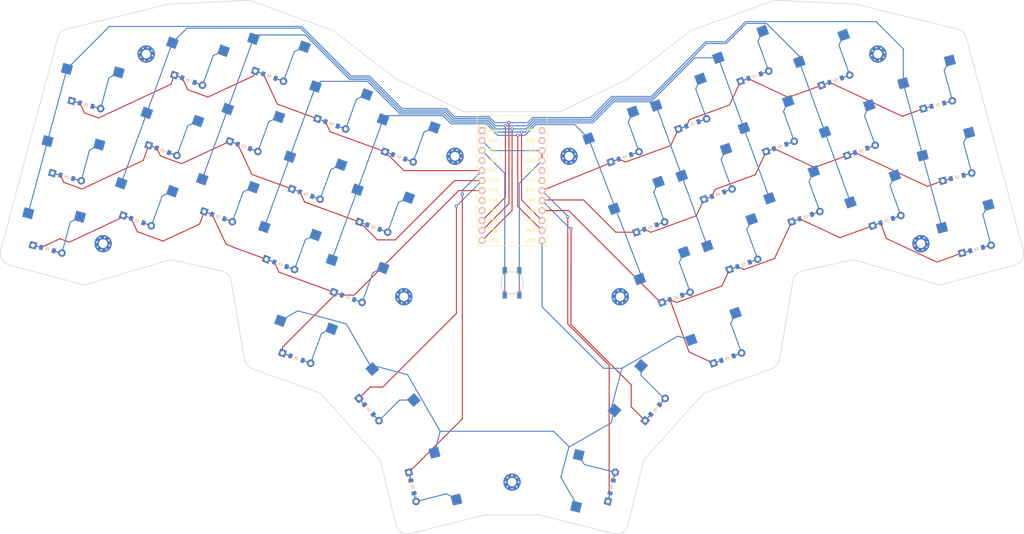
<source format=kicad_pcb>
(kicad_pcb (version 20211014) (generator pcbnew)
  (title_block (title "blavinge") (rev "v1.0.0") (company "Unknown"))
  (layers (0 "F.Cu" signal) (31 "B.Cu" signal) (34 "B.Paste" user) (35 "F.Paste" user) (36 "B.SilkS" user "B.Silkscreen") (37 "F.SilkS" user "F.Silkscreen") (38 "B.Mask" user) (39 "F.Mask" user) (44 "Edge.Cuts" user))
  (net 0 "")
  (net 1 "P16")
  (net 2 "pinky_bottom")
  (net 3 "pinky_home")
  (net 4 "pinky_top")
  (net 5 "P14")
  (net 6 "ring_bottom")
  (net 7 "ring_home")
  (net 8 "ring_top")
  (net 9 "P10")
  (net 10 "middle_bottom")
  (net 11 "middle_home")
  (net 12 "middle_top")
  (net 13 "P7")
  (net 14 "index_bottom")
  (net 15 "index_home")
  (net 16 "index_top")
  (net 17 "P8")
  (net 18 "inner_bottom")
  (net 19 "inner_home")
  (net 20 "inner_top")
  (net 21 "P9")
  (net 22 "near_thumb")
  (net 23 "home_thumb")
  (net 24 "far_thumb")
  (net 25 "mirror_pinky_bottom")
  (net 26 "mirror_pinky_home")
  (net 27 "mirror_pinky_top")
  (net 28 "mirror_ring_bottom")
  (net 29 "mirror_ring_home")
  (net 30 "mirror_ring_top")
  (net 31 "mirror_middle_bottom")
  (net 32 "mirror_middle_home")
  (net 33 "mirror_middle_top")
  (net 34 "mirror_index_bottom")
  (net 35 "mirror_index_home")
  (net 36 "mirror_index_top")
  (net 37 "mirror_inner_bottom")
  (net 38 "mirror_inner_home")
  (net 39 "mirror_inner_top")
  (net 40 "mirror_near_thumb")
  (net 41 "mirror_home_thumb")
  (net 42 "mirror_far_thumb")
  (net 43 "P19")
  (net 44 "P20")
  (net 45 "P21")
  (net 46 "P6")
  (net 47 "P5")
  (net 48 "P4")
  (net 49 "RAW")
  (net 50 "GND")
  (net 51 "RST")
  (net 52 "VCC")
  (net 53 "P18")
  (net 54 "P15")
  (net 55 "P1")
  (net 56 "P0")
  (net 57 "P2")
  (net 58 "P3")
  (footprint "MX" (layer "F.Cu") (at 121.372464 102.397868 -20)
    (fp_text reference "S12" hide)
    (fp_text value "" hide)
  )
  (footprint "ComboDiode" (layer "F.Cu") (at 247.800611 95.978957 20)
    (fp_text reference "D24" hide)
    (fp_text value "" hide)
  )
  (footprint "MountingHole_2.2mm_M2_Pad_Via" (layer "F.Cu") (at 61.588071 137.539674 -15)
    (fp_text reference "_3" hide)
    (fp_text value "")
  )
  (footprint "MX" (layer "F.Cu") (at 238.49696 125.969665 20)
    (fp_text reference "S25" hide)
    (fp_text value "" hide)
  )
  (footprint "MountingHole_2.2mm_M2_Pad_Via" (layer "F.Cu") (at 151.040482 115.324497 -20)
    (fp_text reference "_5" hide)
    (fp_text value "")
  )
  (footprint "MX" (layer "F.Cu") (at 84.980095 91.28047 -20)
    (fp_text reference "S6" hide)
    (fp_text value "" hide)
  )
  (footprint "MX" (layer "F.Cu") (at 205.524794 146.483957 20)
    (fp_text reference "S31" hide)
    (fp_text value "" hide)
  )
  (footprint "MX" (layer "F.Cu") (at 246.09051 91.280494 20)
    (fp_text reference "S24" hide)
    (fp_text value "" hide)
  )
  (footprint "ComboDiode" (layer "F.Cu") (at 220.311145 166.642444 20)
    (fp_text reference "D34" hide)
    (fp_text value "" hide)
  )
  (footprint "MX" (layer "F.Cu") (at 209.69816 102.397874 20)
    (fp_text reference "S30" hide)
    (fp_text value "" hide)
  )
  (footprint "MX" (layer "F.Cu") (at 71.983329 126.988809 -20)
    (fp_text reference "S4" hide)
    (fp_text value "" hide)
  )
  (footprint "ProMicro" (layer "F.Cu") (at 165.535311 122.775644 -90)
    (fp_text reference "MCU1" hide)
    (fp_text value "" hide)
  )
  (footprint "MX" (layer "F.Cu") (at 198.201554 176.360184 48)
    (fp_text reference "S35" hide)
    (fp_text value "" hide)
  )
  (footprint "MX" (layer "F.Cu") (at 145.07397 198.154817 -76)
    (fp_text reference "S18" hide)
    (fp_text value "" hide)
  )
  (footprint "ComboDiode" (layer "F.Cu") (at 273.788318 102.221816 15)
    (fp_text reference "D21" hide)
    (fp_text value "" hide)
  )
  (footprint "ComboDiode" (layer "F.Cu") (at 211.408264 107.096325 20)
    (fp_text reference "D30" hide)
    (fp_text value "" hide)
  )
  (footprint "ComboDiode" (layer "F.Cu") (at 217.906633 124.950494 20)
    (fp_text reference "D29" hide)
    (fp_text value "" hide)
  )
  (footprint "ComboDiode" (layer "F.Cu") (at 194.238132 115.4741 20)
    (fp_text reference "D33" hide)
    (fp_text value "" hide)
  )
  (footprint "MX" (layer "F.Cu") (at 92.573653 125.969658 -20)
    (fp_text reference "S7" hide)
    (fp_text value "" hide)
  )
  (footprint "ComboDiode" (layer "F.Cu") (at 113.163973 124.950485 -20)
    (fp_text reference "D11" hide)
    (fp_text value "" hide)
  )
  (footprint "ComboDiode" (layer "F.Cu") (at 119.662356 107.096325 -20)
    (fp_text reference "D12" hide)
    (fp_text value "" hide)
  )
  (footprint "ComboDiode" (layer "F.Cu") (at 47.447156 138.926988 -15)
    (fp_text reference "D1" hide)
    (fp_text value "" hide)
  )
  (footprint "ComboDiode" (layer "F.Cu") (at 283.623463 138.926986 15)
    (fp_text reference "D19" hide)
    (fp_text value "" hide)
  )
  (footprint "MountingHole_2.2mm_M2_Pad_Via" (layer "F.Cu") (at 138.043732 151.032838 -20)
    (fp_text reference "_7" hide)
    (fp_text value "")
  )
  (footprint "MX" (layer "F.Cu") (at 58.576364 97.39218 -15)
    (fp_text reference "S3" hide)
    (fp_text value "" hide)
  )
  (footprint "ComboDiode" (layer "F.Cu") (at 76.771617 113.833105 -20)
    (fp_text reference "D5" hide)
    (fp_text value "" hide)
  )
  (footprint "MX" (layer "F.Cu") (at 112.469593 161.943995 -20)
    (fp_text reference "S16" hide)
    (fp_text value "" hide)
  )
  (footprint "ComboDiode" (layer "F.Cu") (at 278.705901 120.574404 15)
    (fp_text reference "D20" hide)
    (fp_text value "" hide)
  )
  (footprint "MX" (layer "F.Cu") (at 277.411791 115.744788 15)
    (fp_text reference "S20" hide)
    (fp_text value "" hide)
  )
  (footprint "ComboDiode" (layer "F.Cu") (at 70.27324 131.687258 -20)
    (fp_text reference "D4" hide)
    (fp_text value "" hide)
  )
  (footprint "MX" (layer "F.Cu") (at 99.072049 108.115492 -20)
    (fp_text reference "S8" hide)
    (fp_text value "" hide)
  )
  (footprint "ComboDiode" (layer "F.Cu") (at 57.282281 102.221815 -15)
    (fp_text reference "D3" hide)
    (fp_text value "" hide)
  )
  (footprint "ComboDiode" (layer "F.Cu") (at 200.736513 133.328265 20)
    (fp_text reference "D32" hide)
    (fp_text value "" hide)
  )
  (footprint "MX" (layer "F.Cu") (at 225.500189 90.261338 20)
    (fp_text reference "S27" hide)
    (fp_text value "" hide)
  )
  (footprint "MX" (layer "F.Cu") (at 114.874088 120.25203 -20)
    (fp_text reference "S11" hide)
    (fp_text value "" hide)
  )
  (footprint "ComboDiode" (layer "F.Cu") (at 52.364724 120.574402 -15)
    (fp_text reference "D2" hide)
    (fp_text value "" hide)
  )
  (footprint "MX" (layer "F.Cu") (at 252.588903 109.134652 20)
    (fp_text reference "S23" hide)
    (fp_text value "" hide)
  )
  (footprint "MX" (layer "F.Cu") (at 108.375701 138.106199 -20)
    (fp_text reference "S10" hide)
    (fp_text value "" hide)
  )
  (footprint "MountingHole_2.2mm_M2_Pad_Via" (layer "F.Cu") (at 193.026888 151.032818 20)
    (fp_text reference "_8" hide)
    (fp_text value "")
  )
  (footprint "MX" (layer "F.Cu") (at 216.196548 120.252019 20)
    (fp_text reference "S29" hide)
    (fp_text value "" hide)
  )
  (footprint "MountingHole_2.2mm_M2_Pad_Via" (layer "F.Cu") (at 165.535308 198.154813)
    (fp_text reference "_9" hide)
    (fp_text value "")
  )
  (footprint "ComboDiode" (layer "F.Cu") (at 207.234908 151.182405 20)
    (fp_text reference "D31" hide)
    (fp_text value "" hide)
  )
  (footprint "ComboDiode" (layer "F.Cu") (at 110.75948 166.642451 -20)
    (fp_text reference "D16" hide)
    (fp_text value "" hide)
  )
  (footprint "ComboDiode" (layer "F.Cu") (at 90.863554 130.668106 -20)
    (fp_text reference "D7" hide)
    (fp_text value "" hide)
  )
  (footprint "MX" (layer "F.Cu") (at 125.54582 146.483964 -20)
    (fp_text reference "S13" hide)
    (fp_text value "" hide)
  )
  (footprint "ComboDiode" (layer "F.Cu") (at 123.835706 151.182429 -20)
    (fp_text reference "D13" hide)
    (fp_text value "" hide)
  )
  (footprint "ComboDiode" (layer "F.Cu") (at 140.222487 199.364421 -76)
    (fp_text reference "D18" hide)
    (fp_text value "" hide)
  )
  (footprint "ComboDiode" (layer "F.Cu") (at 224.405021 142.80465 20)
    (fp_text reference "D28" hide)
    (fp_text value "" hide)
  )
  (footprint "MX" (layer "F.Cu") (at 199.026424 128.629794 20)
    (fp_text reference "S32" hide)
    (fp_text value "" hide)
  )
  (footprint "ComboDiode" (layer "F.Cu") (at 227.210304 94.959793 20)
    (fp_text reference "D27" hide)
    (fp_text value "" hide)
  )
  (footprint "MX" (layer "F.Cu") (at 222.694934 138.106188 20)
    (fp_text reference "S28" hide)
    (fp_text value "" hide)
  )
  (footprint "ComboDiode" (layer "F.Cu") (at 97.361938 112.813936 -20)
    (fp_text reference "D8" hide)
    (fp_text value "" hide)
  )
  (footprint "ComboDiode" (layer "F.Cu") (at 201.91727 179.705829 48)
    (fp_text reference "D35" hide)
    (fp_text value "" hide)
  )
  (footprint "MX" (layer "F.Cu") (at 53.658809 115.744765 -15)
    (fp_text reference "S2" hide)
    (fp_text value "" hide)
  )
  (footprint "MX" (layer "F.Cu") (at 132.044203 128.629801 -20)
    (fp_text reference "S14" hide)
    (fp_text value "" hide)
  )
  (footprint "MX" (layer "F.Cu") (at 259.087286 126.988812 20)
    (fp_text reference "S22" hide)
    (fp_text value "" hide)
  )
  (footprint "ComboDiode" (layer "F.Cu") (at 190.848132 199.364427 76)
    (fp_text reference "D36" hide)
    (fp_text value "" hide)
  )
  (footprint "MX" (layer "F.Cu") (at 132.869069 176.360185 -48)
    (fp_text reference "S17" hide)
    (fp_text value "" hide)
  )
  (footprint "MX" (layer "F.Cu") (at 185.996652 198.154817 76)
    (fp_text reference "S36" hide)
    (fp_text value "" hide)
  )
  (footprint "ComboDiode" (layer "F.Cu") (at 129.153353 179.705838 -48)
    (fp_text reference "D17" hide)
    (fp_text value "" hide)
  )
  (footprint "MountingHole_2.2mm_M2_Pad_Via" (layer "F.Cu") (at 258.532143 89.331161 15)
    (fp_text reference "_2" hide)
    (fp_text value "")
  )
  (footprint "MountingHole_2.2mm_M2_Pad_Via" (layer "F.Cu") (at 269.48255 137.539657 15)
    (fp_text reference "_4" hide)
    (fp_text value "")
  )
  (footprint "ComboDiode" (layer "F.Cu") (at 103.860324 94.959791 -20)
    (fp_text reference "D9" hide)
    (fp_text value "" hide)
  )
  (footprint "ComboDiode" (layer "F.Cu") (at 254.298999 113.833108 20)
    (fp_text reference "D23" hide)
    (fp_text value "" hide)
  )
  (footprint "MX" (layer "F.Cu") (at 138.542578 110.775636 -20)
    (fp_text reference "S15" hide)
    (fp_text value "" hide)
  )
  (footprint "ComboDiode" (layer "F.Cu") (at 233.708667 112.813947 20)
    (fp_text reference "D26" hide)
    (fp_text value "" hide)
  )
  (footprint "ComboDiode" (layer "F.Cu") (at 240.207048 130.668119 20)
    (fp_text reference "D25" hide)
    (fp_text value "" hide)
  )
  (footprint "MountingHole_2.2mm_M2_Pad_Via" (layer "F.Cu") (at 180.030132 115.32449 20)
    (fp_text reference "_6" hide)
    (fp_text value "")
  )
  (footprint "MX" (layer "F.Cu") (at 272.49421 97.392191 15)
    (fp_text reference "S21" hide)
    (fp_text value "" hide)
  )
  (footprint "ComboDiode" (layer "F.Cu") (at 260.797379 131.687284 20)
    (fp_text reference "D22" hide)
    (fp_text value "" hide)
  )
  (footprint "MX" (layer "F.Cu") (at 105.570427 90.261335 -20)
    (fp_text reference "S9" hide)
    (fp_text value "" hide)
  )
  (footprint "ComboDiode" (layer "F.Cu") (at 83.270006 95.97894 -20)
    (fp_text reference "D6" hide)
    (fp_text value "" hide)
  )
  (footprint "MX" (layer "F.Cu") (at 282.32936 134.097359 15)
    (fp_text reference "S19" hide)
    (fp_text value "" hide)
  )
  (footprint "MX" (layer "F.Cu") (at 48.74127 134.097372 -15)
    (fp_text reference "S1" hide)
    (fp_text value "" hide)
  )
  (footprint "ComboDiode" (layer "F.Cu") (at 106.665584 142.804649 -20)
    (fp_text reference "D10" hide)
    (fp_text value "" hide)
  )
  (footprint "ComboDiode" (layer "F.Cu") (at 136.832467 115.4741 -20)
    (fp_text reference "D15" hide)
    (fp_text value "" hide)
  )
  (footprint "MX" (layer "F.Cu") (at 231.998579 108.115493 20)
    (fp_text reference "S26" hide)
    (fp_text value "" hide)
  )
  (footprint "MountingHole_2.2mm_M2_Pad_Via" (layer "F.Cu") (at 72.538461 89.331155 -15)
    (fp_text reference "_1" hide)
    (fp_text value "")
  )
  (footprint "ComboDiode" (layer "F.Cu") (at 130.334103 133.328258 -20)
    (fp_text reference "D14" hide)
    (fp_text value "" hide)
  )
  (footprint "MX" (layer "F.Cu") (at 192.528027 110.775626 20)
    (fp_text reference "S33" hide)
    (fp_text value "" hide)
  )
  (footprint "MX" (layer "F.Cu") (at 218.601026 161.94398 20)
    (fp_text reference "S34" hide)
    (fp_text value "" hide)
  )
  (footprint "MX" (layer "F.Cu") (at 78.481719 109.134644 -20)
    (fp_text reference "S5" hide)
    (fp_text value "" hide)
  )
  (footprint "E73:SW_TACT_ALPS_SKQGABE010" (layer "B.Cu") (at 165.535303 147.483953 90)
    (fp_text reference "B1" hide)
    (fp_text value "" hide)
  )
  (gr_arc (start 236.965547 146.904646) (mid 237.750473 145.342817) (end 239.272701 144.483603) (layer "Edge.Cuts") (width 0.15))
  (gr_arc (start 251.519883 141.767527) (mid 252.270505 141.698064) (end 253.014742 141.817928) (layer "Edge.Cuts") (width 0.15))
  (gr_arc (start 77.888436 76.736988) (mid 78.168597 76.682462) (end 78.452673 76.65482) (layer "Edge.Cuts") (width 0.15))
  (gr_line (start 171.809017 206.458281) (end 159.261601 206.458273) (layer "Edge.Cuts") (width 0.15))
  (gr_arc (start 50.055619 85.145895) (mid 50.855521 83.777837) (end 52.240829 83.008194) (layer "Edge.Cuts") (width 0.15))
  (gr_arc (start 158.535846 206.547406) (mid 158.895998 206.480656) (end 159.261601 206.458273) (layer "Edge.Cuts") (width 0.15))
  (gr_line (start 158.535846 206.547406) (end 139.698356 211.244101) (layer "Edge.Cuts") (width 0.15))
  (gr_line (start 136.255874 95.717059) (end 152.53142 103.658349) (layer "Edge.Cuts") (width 0.15))
  (gr_line (start 35.555608 139.26061) (end 50.055617 85.145889) (layer "Edge.Cuts") (width 0.15))
  (gr_arc (start 195.013073 209.042078) (mid 193.650599 210.900224) (end 191.372265 211.244121) (layer "Edge.Cuts") (width 0.15))
  (gr_arc (start 171.809017 206.458281) (mid 172.17462 206.480642) (end 172.534768 206.547407) (layer "Edge.Cuts") (width 0.15))
  (gr_line (start 198.866373 193.195906) (end 195.013073 209.042078) (layer "Edge.Cuts") (width 0.15))
  (gr_arc (start 37.676941 142.934849) (mid 35.855316 141.537073) (end 35.555608 139.26061) (layer "Edge.Cuts") (width 0.15))
  (gr_arc (start 198.866369 193.195915) (mid 199.1285 192.504048) (end 199.551992 191.89738) (layer "Edge.Cuts") (width 0.15))
  (gr_line (start 178.53918 103.658345) (end 194.814756 95.717059) (layer "Edge.Cuts") (width 0.15))
  (gr_arc (start 78.055868 141.817914) (mid 78.800099 141.698065) (end 79.55071 141.767527) (layer "Edge.Cuts") (width 0.15))
  (gr_line (start 120.548703 83.729527) (end 135.74406 95.40013) (layer "Edge.Cuts") (width 0.15))
  (gr_arc (start 231.744373 75.856999) (mid 232.322694 75.709679) (end 232.918733 75.679758) (layer "Edge.Cuts") (width 0.15))
  (gr_arc (start 210.521926 83.729533) (mid 210.905713 83.478923) (end 211.323199 83.289705) (layer "Edge.Cuts") (width 0.15))
  (gr_line (start 136.057523 209.04208) (end 132.204225 193.195916) (layer "Edge.Cuts") (width 0.15))
  (gr_line (start 91.797889 144.483608) (end 79.55071 141.767527) (layer "Edge.Cuts") (width 0.15))
  (gr_arc (start 91.797889 144.483608) (mid 93.320137 145.342813) (end 94.105077 146.904653) (layer "Edge.Cuts") (width 0.15))
  (gr_line (start 52.240829 83.008194) (end 77.888436 76.736988) (layer "Edge.Cuts") (width 0.15))
  (gr_arc (start 99.508446 169.347295) (mid 98.221294 168.45223) (end 97.561401 167.030103) (layer "Edge.Cuts") (width 0.15))
  (gr_line (start 251.519883 141.767527) (end 239.272701 144.483603) (layer "Edge.Cuts") (width 0.15))
  (gr_arc (start 153.84697 103.962168) (mid 153.171882 103.885227) (end 152.53142 103.658349) (layer "Edge.Cuts") (width 0.15))
  (gr_arc (start 139.698356 211.244101) (mid 137.420011 210.90023) (end 136.057523 209.04208) (layer "Edge.Cuts") (width 0.15))
  (gr_arc (start 57.610447 147.822119) (mid 56.800895 147.943463) (end 55.988676 147.841468) (layer "Edge.Cuts") (width 0.15))
  (gr_line (start 153.84697 103.962168) (end 177.22366 103.962173) (layer "Edge.Cuts") (width 0.15))
  (gr_line (start 131.518624 191.897372) (end 117.275826 176.079155) (layer "Edge.Cuts") (width 0.15))
  (gr_line (start 78.055868 141.817914) (end 57.610456 147.822118) (layer "Edge.Cuts") (width 0.15))
  (gr_line (start 232.918733 75.679758) (end 252.617944 76.654799) (layer "Edge.Cuts") (width 0.15))
  (gr_line (start 195.32655 95.400137) (end 210.521926 83.729533) (layer "Edge.Cuts") (width 0.15))
  (gr_arc (start 195.32655 95.400137) (mid 195.078622 95.571468) (end 194.814756 95.717059) (layer "Edge.Cuts") (width 0.15))
  (gr_arc (start 213.794795 176.079168) (mid 214.353876 175.59459) (end 215.014543 175.261556) (layer "Edge.Cuts") (width 0.15))
  (gr_arc (start 178.539184 103.658344) (mid 177.898736 103.885224) (end 177.22366 103.962173) (layer "Edge.Cuts") (width 0.15))
  (gr_arc (start 233.509201 167.030102) (mid 232.849315 168.452233) (end 231.562164 169.347304) (layer "Edge.Cuts") (width 0.15))
  (gr_arc (start 98.151871 75.679771) (mid 98.747914 75.7097) (end 99.326244 75.857005) (layer "Edge.Cuts") (width 0.15))
  (gr_arc (start 119.747402 83.289694) (mid 120.164901 83.478915) (end 120.548703 83.729527) (layer "Edge.Cuts") (width 0.15))
  (gr_line (start 293.393675 142.934831) (end 275.081937 147.841457) (layer "Edge.Cuts") (width 0.15))
  (gr_arc (start 275.081939 147.841455) (mid 274.269725 147.943463) (end 273.460176 147.822117) (layer "Edge.Cuts") (width 0.15))
  (gr_line (start 55.988676 147.841468) (end 37.676941 142.934849) (layer "Edge.Cuts") (width 0.15))
  (gr_line (start 116.056059 175.261552) (end 99.508446 169.347295) (layer "Edge.Cuts") (width 0.15))
  (gr_arc (start 116.056059 175.261552) (mid 116.716742 175.594568) (end 117.275826 176.079155) (layer "Edge.Cuts") (width 0.15))
  (gr_arc (start 295.514991 139.260603) (mid 295.215299 141.537067) (end 293.393675 142.934831) (layer "Edge.Cuts") (width 0.15))
  (gr_line (start 97.561401 167.030103) (end 94.105065 146.90465) (layer "Edge.Cuts") (width 0.15))
  (gr_arc (start 136.255874 95.717059) (mid 135.991999 95.571463) (end 135.74406 95.40013) (layer "Edge.Cuts") (width 0.15))
  (gr_line (start 213.794795 176.079168) (end 199.551992 191.89738) (layer "Edge.Cuts") (width 0.15))
  (gr_line (start 253.182179 76.736987) (end 278.829765 83.008184) (layer "Edge.Cuts") (width 0.15))
  (gr_line (start 231.562164 169.347304) (end 215.014543 175.261556) (layer "Edge.Cuts") (width 0.15))
  (gr_line (start 236.965547 146.904646) (end 233.509201 167.030102) (layer "Edge.Cuts") (width 0.15))
  (gr_line (start 211.323199 83.289705) (end 231.744373 75.856999) (layer "Edge.Cuts") (width 0.15))
  (gr_arc (start 252.617944 76.654799) (mid 252.902019 76.682454) (end 253.182179 76.736987) (layer "Edge.Cuts") (width 0.15))
  (gr_arc (start 131.518624 191.897369) (mid 131.942109 192.504044) (end 132.204225 193.195916) (layer "Edge.Cuts") (width 0.15))
  (gr_line (start 78.452673 76.65482) (end 98.151871 75.679771) (layer "Edge.Cuts") (width 0.15))
  (gr_line (start 99.326244 75.857005) (end 119.747402 83.289694) (layer "Edge.Cuts") (width 0.15))
  (gr_line (start 191.372265 211.244121) (end 172.534768 206.547407) (layer "Edge.Cuts") (width 0.15))
  (gr_line (start 281.015003 85.145874) (end 295.514991 139.260603) (layer "Edge.Cuts") (width 0.15))
  (gr_line (start 273.460176 147.822117) (end 253.014742 141.817928) (layer "Edge.Cuts") (width 0.15))
  (gr_arc (start 278.829764 83.008183) (mid 280.215084 83.777816) (end 281.015003 85.145874) (layer "Edge.Cuts") (width 0.15))
  (segment (start 164.751395 106.772762) (end 164.751389 127.369552) (width 0.25) (layer "F.Cu") (net 1))
  (segment (start 164.751389 127.369552) (end 157.915305 134.205647) (width 0.25) (layer "F.Cu") (net 1))
  (via (at 164.751395 106.772762) (size 0.8) (drill 0.4) (layers "F.Cu" "B.Cu") (net 1))
  (segment (start 206.464999 94.522759) (end 214.764992 86.222762) (width 0.25) (layer "B.Cu") (net 1))
  (segment (start 112.024201 82.322764) (end 63.172437 82.322764) (width 0.25) (layer "B.Cu") (net 1))
  (segment (start 159.696986 105.272763) (end 150.924183 105.272761) (width 0.25) (layer "B.Cu") (net 1))
  (segment (start 200.942367 100.109014) (end 206.465006 94.58636) (width 0.25) (layer "B.Cu") (net 1))
  (segment (start 124.62419 94.922765) (end 112.024201 82.322764) (width 0.25) (layer "B.Cu") (net 1))
  (segment (start 129.310586 94.922755) (end 124.62419 94.922765) (width 0.25) (layer "B.Cu") (net 1))
  (segment (start 161.196973 106.772754) (end 159.696986 105.272763) (width 0.25) (layer "B.Cu") (net 1))
  (segment (start 224.883849 81.103921) (end 258.082556 81.103928) (width 0.25) (layer "B.Cu") (net 1))
  (segment (start 185.501399 105.472749) (end 190.865152 100.10901) (width 0.25) (layer "B.Cu") (net 1))
  (segment (start 190.865152 100.10901) (end 200.942367 100.109014) (width 0.25) (layer "B.Cu") (net 1))
  (segment (start 137.583544 103.195729) (end 129.310586 94.922755) (width 0.25) (layer "B.Cu") (net 1))
  (segment (start 169.50581 106.772769) (end 170.805816 105.472757) (width 0.25) (layer "B.Cu") (net 1))
  (segment (start 264.993238 96.772473) (end 274.828367 133.477636) (width 0.25) (layer "B.Cu") (net 1))
  (segment (start 206.465006 94.58636) (end 206.464999 94.522759) (width 0.25) (layer "B.Cu") (net 1))
  (segment (start 170.805816 105.472757) (end 185.501399 105.472749) (width 0.25) (layer "B.Cu") (net 1))
  (segment (start 164.751395 106.772762) (end 161.196973 106.772754) (width 0.25) (layer "B.Cu") (net 1))
  (segment (start 219.765003 86.222753) (end 224.883849 81.103921) (width 0.25) (layer "B.Cu") (net 1))
  (segment (start 42.555068 129.810163) (end 42.555079 129.810182) (width 0.25) (layer "B.Cu") (net 1))
  (segment (start 274.828367 133.477636) (end 274.828376 133.477637) (width 0.25) (layer "B.Cu") (net 1))
  (segment (start 150.924183 105.272761) (end 148.84716 103.195725) (width 0.25) (layer "B.Cu") (net 1))
  (segment (start 148.84716 103.195725) (end 137.583544 103.195729) (width 0.25) (layer "B.Cu") (net 1))
  (segment (start 63.172437 82.322764) (end 52.390196 93.105007) (width 0.25) (layer "B.Cu") (net 1))
  (segment (start 258.082556 81.103928) (end 264.993243 88.0146) (width 0.25) (layer "B.Cu") (net 1))
  (segment (start 164.751395 106.772762) (end 169.50581 106.772769) (width 0.25) (layer "B.Cu") (net 1))
  (segment (start 214.764992 86.222762) (end 219.765003 86.222753) (width 0.25) (layer "B.Cu") (net 1))
  (segment (start 264.993243 88.0146) (end 264.993222 96.77248) (width 0.25) (layer "B.Cu") (net 1))
  (segment (start 52.390202 93.105009) (end 42.555068 129.810163) (width 0.25) (layer "B.Cu") (net 1))
  (segment (start 49.040935 139.354046) (end 51.127339 139.913099) (width 0.25) (layer "F.Cu") (net 2))
  (segment (start 49.040927 139.354054) (end 51.127337 139.913096) (width 0.25) (layer "B.Cu") (net 2))
  (segment (start 53.216781 132.115174) (end 51.127337 139.913096) (width 0.25) (layer "B.Cu") (net 2))
  (segment (start 55.698998 130.702482) (end 55.674854 130.696012) (width 0.25) (layer "B.Cu") (net 2))
  (segment (start 55.674854 130.696012) (end 53.216781 132.115174) (width 0.25) (layer "B.Cu") (net 2))
  (segment (start 53.958502 121.001465) (end 56.044908 121.560515) (width 0.25) (layer "F.Cu") (net 3))
  (segment (start 53.958479 121.001453) (end 56.044893 121.560519) (width 0.25) (layer "B.Cu") (net 3))
  (segment (start 58.127885 113.786737) (end 56.044893 121.560519) (width 0.25) (layer "B.Cu") (net 3))
  (segment (start 60.616559 112.349894) (end 58.127885 113.786737) (width 0.25) (layer "B.Cu") (net 3))
  (segment (start 58.876063 102.648871) (end 60.962461 103.207912) (width 0.25) (layer "F.Cu") (net 4))
  (segment (start 58.876073 102.648858) (end 60.962464 103.207909) (width 0.25) (layer "B.Cu") (net 4))
  (segment (start 65.534123 93.997304) (end 63.045448 95.434142) (width 0.25) (layer "B.Cu") (net 4))
  (segment (start 63.045448 95.434142) (end 60.962464 103.207909) (width 0.25) (layer "B.Cu") (net 4))
  (segment (start 163.851405 107.572761) (end 163.851401 125.729547) (width 0.25) (layer "F.Cu") (net 5))
  (segment (start 163.851401 125.729547) (end 157.915311 131.66564) (width 0.25) (layer "F.Cu") (net 5))
  (via (at 163.851405 107.572761) (size 0.8) (drill 0.4) (layers "F.Cu" "B.Cu") (net 5))
  (segment (start 129.124198 95.372764) (end 124.4378 95.372759) (width 0.25) (layer "B.Cu") (net 5))
  (segment (start 238.564065 89.885414) (end 238.564062 91.316898) (width 0.25) (layer "B.Cu") (net 5))
  (segment (start 163.851405 107.572761) (end 169.342215 107.572761) (width 0.25) (layer "B.Cu") (net 5))
  (segment (start 159.510581 105.722762) (end 150.737789 105.722771) (width 0.25) (layer "B.Cu") (net 5))
  (segment (start 111.837787 82.772754) (end 82.888806 82.772757) (width 0.25) (layer "B.Cu") (net 5))
  (segment (start 214.951392 86.672769) (end 219.951411 86.672748) (width 0.25) (layer "B.Cu") (net 5))
  (segment (start 212.151394 89.536365) (end 212.151407 89.472759) (width 0.25) (layer "B.Cu") (net 5))
  (segment (start 170.992217 105.92276) (end 185.714993 105.922751) (width 0.25) (layer "B.Cu") (net 5))
  (segment (start 212.151407 89.472759) (end 214.951392 86.672769) (width 0.25) (layer "B.Cu") (net 5))
  (segment (start 148.660759 103.645728) (end 137.397161 103.645738) (width 0.25) (layer "B.Cu") (net 5))
  (segment (start 169.342215 107.572761) (end 170.992217 105.92276) (width 0.25) (layer "B.Cu") (net 5))
  (segment (start 219.951411 86.672748) (end 225.070237 81.55393) (width 0.25) (layer "B.Cu") (net 5))
  (segment (start 201.128763 100.559016) (end 212.151394 89.536365) (width 0.25) (layer "B.Cu") (net 5))
  (segment (start 137.397161 103.645738) (end 129.124198 95.372764) (width 0.25) (layer "B.Cu") (net 5))
  (segment (start 163.851405 107.572761) (end 161.360589 107.572764) (width 0.25) (layer "B.Cu") (net 5))
  (segment (start 161.360589 107.572764) (end 159.510581 105.722762) (width 0.25) (layer "B.Cu") (net 5))
  (segment (start 185.714993 105.922751) (end 191.078749 100.559005) (width 0.25) (layer "B.Cu") (net 5))
  (segment (start 79.191109 86.47046) (end 66.194336 122.178791) (width 0.25) (layer "B.Cu") (net 5))
  (segment (start 124.4378 95.372759) (end 111.837787 82.772754) (width 0.25) (layer "B.Cu") (net 5))
  (segment (start 82.888806 82.772757) (end 79.191108 86.470437) (width 0.25) (layer "B.Cu") (net 5))
  (segment (start 191.078749 100.559005) (end 201.128763 100.559016) (width 0.25) (layer "B.Cu") (net 5))
  (segment (start 225.070237 81.55393) (end 230.232573 81.553918) (width 0.25) (layer "B.Cu") (net 5))
  (segment (start 238.564063 91.316898) (end 251.560818 127.025195) (width 0.25) (layer "B.Cu") (net 5))
  (segment (start 150.737789 105.722771) (end 148.660759 103.645728) (width 0.25) (layer "B.Cu") (net 5))
  (segment (start 251.560818 127.025195) (end 251.560821 127.025216) (width 0.25) (layer "B.Cu") (net 5))
  (segment (start 230.232573 81.553918) (end 238.564065 89.885414) (width 0.25) (layer "B.Cu") (net 5))
  (segment (start 71.823732 132.251603) (end 73.853474 132.990361) (width 0.25) (layer "F.Cu") (net 6))
  (segment (start 79.210476 124.21325) (end 76.606039 125.42771) (width 0.25) (layer "B.Cu") (net 6))
  (segment (start 76.606039 125.42771) (end 73.853463 132.990376) (width 0.25) (layer "B.Cu") (net 6))
  (segment (start 71.823729 132.251624) (end 73.853463 132.990376) (width 0.25) (layer "B.Cu") (net 6))
  (segment (start 78.322116 114.397441) (end 80.351854 115.136199) (width 0.25) (layer "F.Cu") (net 7))
  (segment (start 83.112964 107.550069) (end 80.351857 115.136192) (width 0.25) (layer "B.Cu") (net 7))
  (segment (start 85.708869 106.359097) (end 85.685364 106.350542) (width 0.25) (layer "B.Cu") (net 7))
  (segment (start 85.685364 106.350542) (end 83.112964 107.550069) (width 0.25) (layer "B.Cu") (net 7))
  (segment (start 78.322109 114.397451) (end 80.351857 115.136192) (width 0.25) (layer "B.Cu") (net 7))
  (segment (start 84.820495 96.543282) (end 86.850228 97.28205) (width 0.25) (layer "F.Cu") (net 8))
  (segment (start 92.207253 88.504918) (end 89.602812 89.719406) (width 0.25) (layer "B.Cu") (net 8))
  (segment (start 89.602812 89.719406) (end 86.850236 97.282052) (width 0.25) (layer "B.Cu") (net 8))
  (segment (start 86.850236 97.282052) (end 84.820492 96.543283) (width 0.25) (layer "B.Cu") (net 8))
  (segment (start 165.551402 129.109556) (end 157.915307 136.745659) (width 0.25) (layer "F.Cu") (net 9))
  (segment (start 165.551403 108.37276) (end 165.551402 129.109556) (width 0.25) (layer "F.Cu") (net 9))
  (via (at 165.551403 108.37276) (size 0.8) (drill 0.4) (layers "F.Cu" "B.Cu") (net 9))
  (segment (start 86.784679 121.159614) (end 86.784659 121.159621) (width 0.25) (layer "B.Cu") (net 9))
  (segment (start 169.178603 108.372761) (end 171.178612 106.372749) (width 0.25) (layer "B.Cu") (net 9))
  (segment (start 165.551403 108.37276) (end 161.524186 108.372752) (width 0.25) (layer "B.Cu") (net 9))
  (segment (start 201.31515 101.009009) (end 212.02644 90.297737) (width 0.25) (layer "B.Cu") (net 9))
  (segment (start 159.324201 106.172768) (end 150.5514 106.172752) (width 0.25) (layer "B.Cu") (net 9))
  (segment (start 217.973733 90.29772) (end 230.970517 126.006045) (width 0.25) (layer "B.Cu") (net 9))
  (segment (start 100.751315 84.481429) (end 99.781434 85.451308) (width 0.25) (layer "B.Cu") (net 9))
  (segment (start 171.178612 106.372749) (end 185.901394 106.372752) (width 0.25) (layer "B.Cu") (net 9))
  (segment (start 148.474374 104.095727) (end 137.210762 104.095731) (width 0.25) (layer "B.Cu") (net 9))
  (segment (start 99.78144 85.451301) (end 86.784679 121.159614) (width 0.25) (layer "B.Cu") (net 9))
  (segment (start 124.251398 95.82276) (end 112.910076 84.481429) (width 0.25) (layer "B.Cu") (net 9))
  (segment (start 112.910076 84.481429) (end 100.751315 84.481429) (width 0.25) (layer "B.Cu") (net 9))
  (segment (start 128.937791 95.822764) (end 124.251398 95.82276) (width 0.25) (layer "B.Cu") (net 9))
  (segment (start 191.265147 101.009021) (end 201.31515 101.009009) (width 0.25) (layer "B.Cu") (net 9))
  (segment (start 161.524186 108.372752) (end 159.324201 106.172768) (width 0.25) (layer "B.Cu") (net 9))
  (segment (start 150.5514 106.172752) (end 148.474374 104.095727) (width 0.25) (layer "B.Cu") (net 9))
  (segment (start 185.901394 106.372752) (end 191.265147 101.009021) (width 0.25) (layer "B.Cu") (net 9))
  (segment (start 212.02644 90.297737) (end 217.973734 90.297723) (width 0.25) (layer "B.Cu") (net 9))
  (segment (start 165.551403 108.37276) (end 169.178603 108.372761) (width 0.25) (layer "B.Cu") (net 9))
  (segment (start 137.210762 104.095731) (end 128.937791 95.822764) (width 0.25) (layer "B.Cu") (net 9))
  (segment (start 92.414041 131.232438) (end 94.443789 131.971202) (width 0.25) (layer "F.Cu") (net 10))
  (segment (start 97.204912 124.385052) (end 94.443792 131.971219) (width 0.25) (layer "B.Cu") (net 10))
  (segment (start 99.777304 123.185548) (end 97.204912 124.385052) (width 0.25) (layer "B.Cu") (net 10))
  (segment (start 99.800827 123.194101) (end 99.777304 123.185548) (width 0.25) (layer "B.Cu") (net 10))
  (segment (start 92.414037 131.232433) (end 94.443792 131.971219) (width 0.25) (layer "B.Cu") (net 10))
  (segment (start 98.912441 113.378287) (end 100.942182 114.117049) (width 0.25) (layer "F.Cu") (net 11))
  (segment (start 103.694746 106.554415) (end 100.942174 114.117052) (width 0.25) (layer "B.Cu") (net 11))
  (segment (start 98.912444 113.378287) (end 100.942174 114.117052) (width 0.25) (layer "B.Cu") (net 11))
  (segment (start 106.29919 105.339931) (end 103.694746 106.554415) (width 0.25) (layer "B.Cu") (net 11))
  (segment (start 105.410813 95.52413) (end 107.44055 96.262899) (width 0.25) (layer "F.Cu") (net 12))
  (segment (start 110.19313 88.700244) (end 107.440542 96.262887) (width 0.25) (layer "B.Cu") (net 12))
  (segment (start 105.410821 95.524121) (end 107.440542 96.262887) (width 0.25) (layer "B.Cu") (net 12))
  (segment (start 112.797578 87.485772) (end 110.19313 88.700244) (width 0.25) (layer "B.Cu") (net 12))
  (segment (start 167.951398 126.461732) (end 173.155309 131.665643) (width 0.25) (layer "F.Cu") (net 13))
  (segment (start 167.951396 109.172749) (end 167.951398 126.461732) (width 0.25) (layer "F.Cu") (net 13))
  (via (at 167.951396 109.172749) (size 0.8) (drill 0.4) (layers "F.Cu" "B.Cu") (net 13))
  (segment (start 190.489888 102.420651) (end 191.451548 101.458995) (width 0.25) (layer "B.Cu") (net 13))
  (segment (start 148.224362 104.545721) (end 137.024369 104.54573) (width 0.25) (layer "B.Cu") (net 13))
  (segment (start 161.687784 109.172749) (end 159.137801 106.62276) (width 0.25) (layer "B.Cu") (net 13))
  (segment (start 115.583478 97.587836) (end 102.58669 133.296152) (width 0.25) (layer "B.Cu") (net 13))
  (segment (start 116.898543 96.272765) (end 115.583474 97.587831) (width 0.25) (layer "B.Cu") (net 13))
  (segment (start 167.951396 109.172749) (end 161.687784 109.172749) (width 0.25) (layer "B.Cu") (net 13))
  (segment (start 190.489895 102.434271) (end 190.489888 102.420651) (width 0.25) (layer "B.Cu") (net 13))
  (segment (start 202.171712 102.434273) (end 215.168466 138.142577) (width 0.25) (layer "B.Cu") (net 13))
  (segment (start 215.168466 138.142577) (end 215.168478 138.142575) (width 0.25) (layer "B.Cu") (net 13))
  (segment (start 167.951396 109.172749) (end 169.015012 109.172754) (width 0.25) (layer "B.Cu") (net 13))
  (segment (start 186.101407 106.82276) (end 190.489895 102.434271) (width 0.25) (layer "B.Cu") (net 13))
  (segment (start 191.451548 101.458995) (end 201.196441 101.459016) (width 0.25) (layer "B.Cu") (net 13))
  (segment (start 128.751391 96.272774) (end 116.898543 96.272765) (width 0.25) (layer "B.Cu") (net 13))
  (segment (start 150.301389 106.62276) (end 148.224362 104.545721) (width 0.25) (layer "B.Cu") (net 13))
  (segment (start 169.015012 109.172754) (end 171.365009 106.822765) (width 0.25) (layer "B.Cu") (net 13))
  (segment (start 102.58669 133.296152) (end 102.5867 133.296146) (width 0.25) (layer "B.Cu") (net 13))
  (segment (start 137.024369 104.54573) (end 128.751391 96.272774) (width 0.25) (layer "B.Cu") (net 13))
  (segment (start 171.365009 106.822765) (end 186.101407 106.82276) (width 0.25) (layer "B.Cu") (net 13))
  (segment (start 159.137801 106.62276) (end 150.301389 106.62276) (width 0.25) (layer "B.Cu") (net 13))
  (segment (start 201.196441 101.459016) (end 202.171705 102.434264) (width 0.25) (layer "B.Cu") (net 13))
  (segment (start 108.216089 143.368985) (end 110.245819 144.107748) (width 0.25) (layer "F.Cu") (net 14))
  (segment (start 115.602841 135.330621) (end 112.998393 136.545119) (width 0.25) (layer "B.Cu") (net 14))
  (segment (start 112.998393 136.545119) (end 110.245818 144.107751) (width 0.25) (layer "B.Cu") (net 14))
  (segment (start 108.216084 143.368987) (end 110.245818 144.107751) (width 0.25) (layer "B.Cu") (net 14))
  (segment (start 116.744211 126.253603) (end 114.71447 125.514813) (width 0.25) (layer "F.Cu") (net 15))
  (segment (start 122.101217 117.476479) (end 119.496774 118.690957) (width 0.25) (layer "B.Cu") (net 15))
  (segment (start 119.496774 118.690957) (end 116.7442 126.253605) (width 0.25) (layer "B.Cu") (net 15))
  (segment (start 114.714486 125.51482) (end 116.7442 126.253605) (width 0.25) (layer "B.Cu") (net 15))
  (segment (start 121.21284 107.660663) (end 123.242585 108.399418) (width 0.25) (layer "F.Cu") (net 16))
  (segment (start 125.995173 100.836776) (end 123.242582 108.399431) (width 0.25) (layer "B.Cu") (net 16))
  (segment (start 128.59962 99.622312) (end 125.995173 100.836776) (width 0.25) (layer "B.Cu") (net 16))
  (segment (start 121.212844 107.660671) (end 123.242582 108.399431) (width 0.25) (layer "B.Cu") (net 16))
  (segment (start 166.985573 110.006936) (end 166.985597 128.035919) (width 0.25) (layer "F.Cu") (net 17))
  (segment (start 166.985597 128.035919) (end 173.15531 134.20564) (width 0.25) (layer "F.Cu") (net 17))
  (via (at 166.985573 110.006936) (size 0.8) (drill 0.4) (layers "F.Cu" "B.Cu") (net 17))
  (segment (start 133.723462 104.995736) (end 132.753581 105.965617) (width 0.25) (layer "B.Cu") (net 17))
  (segment (start 122.216503 134.915999) (end 119.756832 141.673934) (width 0.25) (layer "B.Cu") (net 17))
  (segment (start 161.885584 110.00694) (end 158.951395 107.072755) (width 0.25) (layer "B.Cu") (net 17))
  (segment (start 168.81722 110.006938) (end 171.551399 107.272756) (width 0.25) (layer "B.Cu") (net 17))
  (segment (start 147.974362 104.995733) (end 133.723462 104.995736) (width 0.25) (layer "B.Cu") (net 17))
  (segment (start 150.0514 107.072741) (end 147.974362 104.995733) (width 0.25) (layer "B.Cu") (net 17))
  (segment (start 158.951395 107.072755) (end 150.0514 107.072741) (width 0.25) (layer "B.Cu") (net 17))
  (segment (start 185.001585 110.812023) (end 198.619557 146.288084) (width 0.25) (layer "B.Cu") (net 17))
  (segment (start 181.462303 107.272753) (end 185.00157 110.812024) (width 0.25) (layer "B.Cu") (net 17))
  (segment (start 166.985573 110.006936) (end 161.885584 110.00694) (width 0.25) (layer "B.Cu") (net 17))
  (segment (start 171.551399 107.272756) (end 181.462303 107.272753) (width 0.25) (layer "B.Cu") (net 17))
  (segment (start 132.753591 105.965604) (end 122.216503 134.915999) (width 0.25) (layer "B.Cu") (net 17))
  (segment (start 166.985573 110.006936) (end 168.81722 110.006938) (width 0.25) (layer "B.Cu") (net 17))
  (segment (start 125.386198 151.746754) (end 127.415939 152.485525) (width 0.25) (layer "F.Cu") (net 18))
  (segment (start 132.77296 143.708405) (end 130.168523 144.922873) (width 0.25) (layer "B.Cu") (net 18))
  (segment (start 125.386191 151.746758) (end 127.415942 152.485506) (width 0.25) (layer "B.Cu") (net 18))
  (segment (start 130.168523 144.922873) (end 127.415942 152.485506) (width 0.25) (layer "B.Cu") (net 18))
  (segment (start 131.884602 133.892593) (end 133.914334 134.631376) (width 0.25) (layer "F.Cu") (net 19))
  (segment (start 136.666898 127.068721) (end 133.914324 134.631355) (width 0.25) (layer "B.Cu") (net 19))
  (segment (start 139.271365 125.854235) (end 136.666898 127.068721) (width 0.25) (layer "B.Cu") (net 19))
  (segment (start 131.884602 133.892597) (end 133.914324 134.631355) (width 0.25) (layer "B.Cu") (net 19))
  (segment (start 140.412705 116.777212) (end 138.382976 116.038429) (width 0.25) (layer "F.Cu") (net 20))
  (segment (start 145.746241 107.991535) (end 143.17385 109.191058) (width 0.25) (layer "B.Cu") (net 20))
  (segment (start 138.38299 116.038432) (end 140.412706 116.777212) (width 0.25) (layer "B.Cu") (net 20))
  (segment (start 143.17385 109.191058) (end 140.412706 116.777212) (width 0.25) (layer "B.Cu") (net 20))
  (segment (start 145.769714 108.000085) (end 145.746241 107.991535) (width 0.25) (layer "B.Cu") (net 20))
  (segment (start 123.389914 157.918928) (end 130.015867 169.395401) (width 0.25) (layer "B.Cu") (net 21))
  (segment (start 193.479587 169.220112) (end 190.916012 178.787536) (width 0.25) (layer "B.Cu") (net 21))
  (segment (start 147.28039 185.232375) (end 176.110764 185.232377) (width 0.25) (layer "B.Cu") (net 21))
  (segment (start 130.015867 169.395401) (end 131.122594 168.756451) (width 0.25) (layer "B.Cu") (net 21))
  (segment (start 176.110764 185.232377) (end 180.089016 189.210629) (width 0.25) (layer "B.Cu") (net 21))
  (segment (start 106.680596 157.133947) (end 111.048597 154.612072) (width 0.25) (layer "B.Cu") (net 21))
  (segment (start 207.621682 161.05517) (end 193.479587 169.220112) (width 0.25) (layer "B.Cu") (net 21))
  (segment (start 181.964484 203.868462) (end 181.818084 204.414873) (width 0.25) (layer "B.Cu") (net 21))
  (segment (start 173.155306 153.576922) (end 188.798511 169.220132) (width 0.25) (layer "B.Cu") (net 21))
  (segment (start 111.048597 154.612072) (end 123.389914 157.918928) (width 0.25) (layer "B.Cu") (net 21))
  (segment (start 211.074572 161.980383) (end 207.621682 161.05517) (width 0.25) (layer "B.Cu") (net 21))
  (segment (start 179.985439 189.270438) (end 177.941148 196.899833) (width 0.25) (layer "B.Cu") (net 21))
  (segment (start 131.122594 168.756451) (end 138.984214 170.86295) (width 0.25) (layer "B.Cu") (net 21))
  (segment (start 190.73174 183.066051) (end 180.089016 189.210629) (width 0.25) (layer "B.Cu") (net 21))
  (segment (start 147.28039 185.232375) (end 145.824506 190.665804) (width 0.25) (layer "B.Cu") (net 21))
  (segment (start 173.155307 136.745645) (end 173.155306 153.576922) (width 0.25) (layer "B.Cu") (net 21))
  (segment (start 180.089016 189.210629) (end 179.985439 189.270438) (width 0.25) (layer "B.Cu") (net 21))
  (segment (start 190.916012 178.787536) (end 191.573168 179.925778) (width 0.25) (layer "B.Cu") (net 21))
  (segment (start 177.941148 196.899833) (end 181.964484 203.868462) (width 0.25) (layer "B.Cu") (net 21))
  (segment (start 138.984214 170.86295) (end 147.28039 185.232375) (width 0.25) (layer "B.Cu") (net 21))
  (segment (start 191.573168 179.925778) (end 190.73174 183.066051) (width 0.25) (layer "B.Cu") (net 21))
  (segment (start 188.798511 169.220132) (end 193.479587 169.220112) (width 0.25) (layer "B.Cu") (net 21))
  (segment (start 112.309975 167.20678) (end 114.339712 167.945532) (width 0.25) (layer "F.Cu") (net 22))
  (segment (start 117.092292 160.382886) (end 114.339719 167.945528) (width 0.25) (layer "B.Cu") (net 22))
  (segment (start 112.30997 167.206776) (end 114.339719 167.945528) (width 0.25) (layer "B.Cu") (net 22))
  (segment (start 119.696738 159.168414) (end 117.092292 160.382886) (width 0.25) (layer "B.Cu") (net 22))
  (segment (start 130.257405 180.932023) (end 131.702732 182.537218) (width 0.25) (layer "F.Cu") (net 23))
  (segment (start 140.553311 177.302466) (end 136.937494 177.302441) (width 0.25) (layer "B.Cu") (net 23))
  (segment (start 130.257406 181.091894) (end 131.702741 182.537215) (width 0.25) (layer "B.Cu") (net 23))
  (segment (start 136.937494 177.302441) (end 131.702741 182.537215) (width 0.25) (layer "B.Cu") (net 23))
  (segment (start 130.257412 180.932011) (end 130.257406 181.091894) (width 0.25) (layer "B.Cu") (net 23))
  (segment (start 140.621662 200.965399) (end 141.144213 203.061246) (width 0.25) (layer "F.Cu") (net 24))
  (segment (start 148.953154 201.114286) (end 151.416382 202.594322) (width 0.25) (layer "B.Cu") (net 24))
  (segment (start 141.144207 203.061264) (end 148.953154 201.114286) (width 0.25) (layer "B.Cu") (net 24))
  (segment (start 140.621658 200.965417) (end 141.144207 203.061264) (width 0.25) (layer "B.Cu") (net 24))
  (segment (start 285.217235 138.499948) (end 287.30364 137.940898) (width 0.25) (layer "F.Cu") (net 25))
  (segment (start 285.220649 130.16714) (end 287.303634 137.94089) (width 0.25) (layer "B.Cu") (net 25))
  (segment (start 285.21723 138.499935) (end 287.303634 137.94089) (width 0.25) (layer "B.Cu") (net 25))
  (segment (start 286.657506 127.678442) (end 285.220649 130.16714) (width 0.25) (layer "B.Cu") (net 25))
  (segment (start 280.299679 120.147362) (end 282.386073 119.58831) (width 0.25) (layer "F.Cu") (net 26))
  (segment (start 281.739927 109.325843) (end 280.30309 111.814521) (width 0.25) (layer "B.Cu") (net 26))
  (segment (start 280.299679 120.147362) (end 282.386082 119.588304) (width 0.25) (layer "B.Cu") (net 26))
  (segment (start 280.30309 111.814521) (end 282.386082 119.588304) (width 0.25) (layer "B.Cu") (net 26))
  (segment (start 275.382109 101.794764) (end 277.468493 101.235724) (width 0.25) (layer "F.Cu") (net 27))
  (segment (start 275.385528 93.461945) (end 277.4685 101.235713) (width 0.25) (layer "B.Cu") (net 27))
  (segment (start 275.38211 101.794764) (end 277.4685 101.235713) (width 0.25) (layer "B.Cu") (net 27))
  (segment (start 276.822371 90.973271) (end 275.385528 93.461945) (width 0.25) (layer "B.Cu") (net 27))
  (segment (start 262.347876 131.122952) (end 264.377614 130.384179) (width 0.25) (layer "F.Cu") (net 28))
  (segment (start 261.616465 122.798038) (end 264.377629 130.384179) (width 0.25) (layer "B.Cu") (net 28))
  (segment (start 262.347876 131.122948) (end 264.377629 130.384179) (width 0.25) (layer "B.Cu") (net 28))
  (segment (start 262.816005 120.225641) (end 261.616465 122.798038) (width 0.25) (layer "B.Cu") (net 28))
  (segment (start 262.839497 120.217098) (end 262.816005 120.225641) (width 0.25) (layer "B.Cu") (net 28))
  (segment (start 255.849484 113.268788) (end 257.879223 112.530021) (width 0.25) (layer "F.Cu") (net 29))
  (segment (start 255.126646 104.967372) (end 257.879229 112.530004) (width 0.25) (layer "B.Cu") (net 29))
  (segment (start 255.849485 113.268796) (end 257.879229 112.530004) (width 0.25) (layer "B.Cu") (net 29))
  (segment (start 256.341111 102.36293) (end 255.126646 104.967372) (width 0.25) (layer "B.Cu") (net 29))
  (segment (start 249.351102 95.414623) (end 251.380837 94.675855) (width 0.25) (layer "F.Cu") (net 30))
  (segment (start 249.351113 95.414626) (end 251.380844 94.675855) (width 0.25) (layer "B.Cu") (net 30))
  (segment (start 248.61972 87.089711) (end 251.380844 94.675855) (width 0.25) (layer "B.Cu") (net 30))
  (segment (start 249.842757 84.508776) (end 249.819232 84.517313) (width 0.25) (layer "B.Cu") (net 30))
  (segment (start 249.819232 84.517313) (end 248.61972 87.089711) (width 0.25) (layer "B.Cu") (net 30))
  (segment (start 241.757534 130.103773) (end 243.787282 129.365021) (width 0.25) (layer "F.Cu") (net 31))
  (segment (start 242.249187 119.197943) (end 241.034706 121.802374) (width 0.25) (layer "B.Cu") (net 31))
  (segment (start 241.034706 121.802374) (end 243.78729 129.365019) (width 0.25) (layer "B.Cu") (net 31))
  (segment (start 241.757548 130.103775) (end 243.78729 129.365019) (width 0.25) (layer "B.Cu") (net 31))
  (segment (start 235.259156 112.249615) (end 237.288912 111.510849) (width 0.25) (layer "F.Cu") (net 32))
  (segment (start 235.7508 101.343781) (end 234.536336 103.948204) (width 0.25) (layer "B.Cu") (net 32))
  (segment (start 234.536336 103.948204) (end 237.288906 111.510855) (width 0.25) (layer "B.Cu") (net 32))
  (segment (start 235.25917 112.249625) (end 237.288906 111.510855) (width 0.25) (layer "B.Cu") (net 32))
  (segment (start 228.76079 94.395463) (end 230.790521 93.656695) (width 0.25) (layer "F.Cu") (net 33))
  (segment (start 229.252414 83.489598) (end 228.037948 86.094043) (width 0.25) (layer "B.Cu") (net 33))
  (segment (start 228.037948 86.094043) (end 230.790521 93.656692) (width 0.25) (layer "B.Cu") (net 33))
  (segment (start 228.760784 94.395467) (end 230.790521 93.656692) (width 0.25) (layer "B.Cu") (net 33))
  (segment (start 225.955511 142.240317) (end 227.985251 141.501555) (width 0.25) (layer "F.Cu") (net 34))
  (segment (start 226.423668 131.343026) (end 225.224129 133.915429) (width 0.25) (layer "B.Cu") (net 34))
  (segment (start 226.447162 131.334472) (end 226.423668 131.343026) (width 0.25) (layer "B.Cu") (net 34))
  (segment (start 225.955504 142.240324) (end 227.985258 141.501562) (width 0.25) (layer "B.Cu") (net 34))
  (segment (start 225.224129 133.915429) (end 227.985258 141.501562) (width 0.25) (layer "B.Cu") (net 34))
  (segment (start 219.457133 124.386163) (end 221.486866 123.647397) (width 0.25) (layer "F.Cu") (net 35))
  (segment (start 221.48687 123.647394) (end 219.457143 124.386165) (width 0.25) (layer "B.Cu") (net 35))
  (segment (start 219.948761 113.480311) (end 218.678387 116.204618) (width 0.25) (layer "B.Cu") (net 35))
  (segment (start 221.36699 123.591511) (end 221.48687 123.647394) (width 0.25) (layer "B.Cu") (net 35))
  (segment (start 218.678387 116.204618) (end 221.36699 123.591511) (width 0.25) (layer "B.Cu") (net 35))
  (segment (start 212.958758 106.531984) (end 214.988477 105.793238) (width 0.25) (layer "F.Cu") (net 36))
  (segment (start 213.450354 95.626149) (end 213.426895 95.634702) (width 0.25) (layer "B.Cu") (net 36))
  (segment (start 213.426895 95.634702) (end 212.227358 98.207105) (width 0.25) (layer "B.Cu") (net 36))
  (segment (start 212.958731 106.53199) (end 214.988474 105.793231) (width 0.25) (layer "B.Cu") (net 36))
  (segment (start 212.227358 98.207105) (end 214.988474 105.793231) (width 0.25) (layer "B.Cu") (net 36))
  (segment (start 208.785393 150.618085) (end 210.815125 149.879321) (width 0.25) (layer "F.Cu") (net 37))
  (segment (start 208.785406 150.618091) (end 210.815114 149.879324) (width 0.25) (layer "B.Cu") (net 37))
  (segment (start 208.062558 142.316673) (end 210.815114 149.879324) (width 0.25) (layer "B.Cu") (net 37))
  (segment (start 209.277031 139.712236) (end 208.062558 142.316673) (width 0.25) (layer "B.Cu") (net 37))
  (segment (start 202.287001 132.763924) (end 204.316744 132.025159) (width 0.25) (layer "F.Cu") (net 38))
  (segment (start 202.77864 121.858073) (end 201.564184 124.462525) (width 0.25) (layer "B.Cu") (net 38))
  (segment (start 204.316744 132.025162) (end 202.287008 132.763928) (width 0.25) (layer "B.Cu") (net 38))
  (segment (start 201.564184 124.462525) (end 204.316744 132.025162) (width 0.25) (layer "B.Cu") (net 38))
  (segment (start 195.788626 114.90976) (end 197.818364 114.170993) (width 0.25) (layer "F.Cu") (net 39))
  (segment (start 195.788635 114.909773) (end 197.818359 114.170998) (width 0.25) (layer "B.Cu") (net 39))
  (segment (start 195.065783 106.608364) (end 197.818359 114.170998) (width 0.25) (layer "B.Cu") (net 39))
  (segment (start 196.280252 104.003907) (end 195.065783 106.608364) (width 0.25) (layer "B.Cu") (net 39))
  (segment (start 221.861624 166.078101) (end 223.891363 165.339342) (width 0.25) (layer "F.Cu") (net 40))
  (segment (start 221.138782 157.776681) (end 223.891378 165.339332) (width 0.25) (layer "B.Cu") (net 40))
  (segment (start 222.353244 155.172252) (end 221.138782 157.776681) (width 0.25) (layer "B.Cu") (net 40))
  (segment (start 221.861631 166.078099) (end 223.891374 165.339335) (width 0.25) (layer "B.Cu") (net 40))
  (segment (start 203.021325 178.479645) (end 204.466657 176.874442) (width 0.25) (layer "F.Cu") (net 41))
  (segment (start 198.335424 168.619555) (end 198.335426 171.053388) (width 0.25) (layer "B.Cu") (net 41))
  (segment (start 204.156498 176.874446) (end 204.466649 176.87445) (width 0.25) (layer "B.Cu") (net 41))
  (segment (start 204.466652 177.034317) (end 203.021318 178.479645) (width 0.25) (layer "B.Cu") (net 41))
  (segment (start 198.335426 171.053388) (end 204.156498 176.874446) (width 0.25) (layer "B.Cu") (net 41))
  (segment (start 204.466649 176.87445) (end 204.466652 177.034317) (width 0.25) (layer "B.Cu") (net 41))
  (segment (start 191.247297 197.76344) (end 191.769846 195.667594) (width 0.25) (layer "F.Cu") (net 42))
  (segment (start 182.480845 191.257394) (end 182.474789 191.281653) (width 0.25) (layer "B.Cu") (net 42))
  (segment (start 191.247294 197.763443) (end 191.769845 195.667601) (width 0.25) (layer "B.Cu") (net 42))
  (segment (start 182.474789 191.281653) (end 183.936638 193.714548) (width 0.25) (layer "B.Cu") (net 42))
  (segment (start 183.936638 193.714548) (end 191.769845 195.667601) (width 0.25) (layer "B.Cu") (net 42))
  (segment (start 92.863056 137.716764) (end 89.313068 130.103778) (width 0.25) (layer "F.Cu") (net 43))
  (segment (start 105.115118 142.240314) (end 103.085364 141.501545) (width 0.25) (layer "F.Cu") (net 43))
  (segment (start 106.310444 144.803747) (end 105.115093 142.240319) (width 0.25) (layer "F.Cu") (net 43))
  (segment (start 66.528585 130.83591) (end 52.995021 137.14671) (width 0.25) (layer "F.Cu") (net 43))
  (segment (start 120.255491 149.879331) (end 122.28522 150.61809) (width 0.25) (layer "F.Cu") (net 43))
  (segment (start 120.25548 149.879329) (end 106.310444 144.803747) (width 0.25) (layer "F.Cu") (net 43))
  (segment (start 89.313062 130.103781) (end 87.283335 129.365016) (width 0.25) (layer "F.Cu") (net 43))
  (segment (start 76.823133 136.880337) (end 70.300423 134.506269) (width 0.25) (layer "F.Cu") (net 43))
  (segment (start 107.179251 165.33934) (end 109.208998 166.078107) (width 0.25) (layer "F.Cu") (net 43))
  (segment (start 52.995021 137.14671) (end 50.613924 136.280066) (width 0.25) (layer "F.Cu") (net 43))
  (segment (start 122.28522 150.61809) (end 122.285208 150.618094) (width 0.25) (layer "F.Cu") (net 43))
  (segment (start 50.613924 136.280066) (end 45.853385 138.499936) (width 0.25) (layer "F.Cu") (net 43))
  (segment (start 94.402608 138.341288) (end 94.366564 138.263992) (width 0.25) (layer "F.Cu") (net 43))
  (segment (start 120.255477 150.807978) (end 120.255477 149.879332) (width 0.25) (layer "F.Cu") (net 43))
  (segment (start 68.722725 131.122938) (end 66.69301 130.384177) (width 0.25) (layer "F.Cu") (net 43))
  (segment (start 107.179251 165.339354) (end 107.179251 163.884204) (width 0.25) (layer "F.Cu") (net 43))
  (segment (start 45.853385 138.499944) (end 43.766976 137.940891) (width 0.25) (layer "F.Cu") (net 43))
  (segment (start 70.300423 134.506269) (end 68.72274 131.122927) (width 0.25) (layer "F.Cu") (net 43))
  (segment (start 107.179251 163.884204) (end 120.255477 150.807978) (width 0.25) (layer "F.Cu") (net 43))
  (segment (start 94.366564 138.263992) (end 92.863056 137.716764) (width 0.25) (layer "F.Cu") (net 43))
  (segment (start 125.41529 150.618094) (end 151.987754 124.045632) (width 0.25) (layer "F.Cu") (net 43))
  (segment (start 151.987754 124.045632) (end 157.915315 124.045631) (width 0.25) (layer "F.Cu") (net 43))
  (segment (start 66.693003 130.384167) (end 66.528585 130.83591) (width 0.25) (layer "F.Cu") (net 43))
  (segment (start 103.085357 141.501552) (end 94.402608 138.341288) (width 0.25) (layer "F.Cu") (net 43))
  (segment (start 86.127053 132.541858) (end 76.823133 136.880337) (width 0.25) (layer "F.Cu") (net 43))
  (segment (start 122.285208 150.618094) (end 125.41529 150.618094) (width 0.25) (layer "F.Cu") (net 43))
  (segment (start 87.283334 129.365018) (end 86.127053 132.541858) (width 0.25) (layer "F.Cu") (net 43))
  (segment (start 45.85338 138.499947) (end 43.766995 137.940884) (width 0.25) (layer "B.Cu") (net 43))
  (segment (start 105.115108 142.240324) (end 103.085362 141.501559) (width 0.25) (layer "B.Cu") (net 43))
  (segment (start 122.285205 150.618099) (end 120.255481 149.87934) (width 0.25) (layer "B.Cu") (net 43))
  (segment (start 109.209003 166.078104) (end 107.179246 165.339338) (width 0.25) (layer "B.Cu") (net 43))
  (segment (start 89.313064 130.103799) (end 87.283336 129.365022) (width 0.25) (layer "B.Cu") (net 43))
  (segment (start 68.722738 131.122932) (end 66.693012 130.384181) (width 0.25) (layer "B.Cu") (net 43))
  (segment (start 76.180199 115.25636) (end 75.25996 113.282913) (width 0.25) (layer "F.Cu") (net 44))
  (segment (start 109.583744 123.647394) (end 99.397483 119.939893) (width 0.25) (layer "F.Cu") (net 44))
  (segment (start 71.795699 116.36464) (end 56.211391 123.631724) (width 0.25) (layer "F.Cu") (net 44))
  (segment (start 126.753866 132.025168) (end 131.301463 136.572762) (width 0.25) (layer "F.Cu") (net 44))
  (segment (start 132.696848 173.991284) (end 151.4 155.288132) (width 0.25) (layer "F.Cu") (net 44))
  (segment (start 129.487137 173.991284) (end 132.696848 173.991284) (width 0.25) (layer "F.Cu") (net 44))
  (segment (start 93.78171 111.510845) (end 81.554547 117.212464) (width 0.25) (layer "F.Cu") (net 44))
  (segment (start 150.927758 121.505627) (end 157.915307 121.505627) (width 0.25) (layer "F.Cu") (net 44))
  (segment (start 48.684547 119.588294) (end 50.770967 120.147366) (width 0.25) (layer "F.Cu") (net 44))
  (segment (start 75.221134 113.26878) (end 73.191391 112.530017) (width 0.25) (layer "F.Cu") (net 44))
  (segment (start 81.554547 117.212464) (end 76.180199 115.25636) (width 0.25) (layer "F.Cu") (net 44))
  (segment (start 56.211391 123.631724) (end 51.615759 121.95905) (width 0.25) (layer "F.Cu") (net 44))
  (segment (start 75.25996 113.282913) (end 75.221127 113.268774) (width 0.25) (layer "F.Cu") (net 44))
  (segment (start 73.191392 112.530006) (end 71.795699 116.36464) (width 0.25) (layer "F.Cu") (net 44))
  (segment (start 95.811447 112.249612) (end 93.781716 111.510862) (width 0.25) (layer "F.Cu") (net 44))
  (segment (start 151.4 155.288132) (end 151.4 128) (width 0.25) (layer "F.Cu") (net 44))
  (segment (start 131.301463 136.572762) (end 135.860629 136.572761) (width 0.25) (layer "F.Cu") (net 44))
  (segment (start 135.860629 136.572761) (end 150.927758 121.505627) (width 0.25) (layer "F.Cu") (net 44))
  (segment (start 51.615759 121.95905) (end 50.770947 120.147354) (width 0.25) (layer "F.Cu") (net 44))
  (segment (start 126.603965 176.874456) (end 129.487137 173.991284) (width 0.25) (layer "F.Cu") (net 44))
  (segment (start 112.808827 126.949584) (end 111.613483 124.386156) (width 0.25) (layer "F.Cu") (net 44))
  (segment (start 99.397483 119.939893) (end 95.811449 112.249605) (width 0.25) (layer "F.Cu") (net 44))
  (segment (start 126.753869 132.025162) (end 112.808827 126.949584) (width 0.25) (layer "F.Cu") (net 44))
  (segment (start 111.613491 124.386158) (end 109.583755 123.647389) (width 0.25) (layer "F.Cu") (net 44))
  (segment (start 126.603956 176.874457) (end 128.049279 178.479641) (width 0.25) (layer "F.Cu") (net 44))
  (segment (start 128.783606 132.763932) (end 126.753871 132.025162) (width 0.25) (layer "F.Cu") (net 44))
  (via (at 151.4 128) (size 0.8) (drill 0.4) (layers "F.Cu" "B.Cu") (net 44))
  (segment (start 111.613482 124.386164) (end 109.583764 123.647397) (width 0.25) (layer "B.Cu") (net 44))
  (segment (start 126.60396 176.874453) (end 126.603963 177.034321) (width 0.25) (layer "B.Cu") (net 44))
  (segment (start 126.753862 132.025165) (end 128.7836 132.763929) (width 0.25) (layer "B.Cu") (net 44))
  (segment (start 151.420955 128) (end 157.915311 121.505644) (width 0.25) (layer "B.Cu") (net 44))
  (segment (start 95.811446 112.249618) (end 93.781708 111.510858) (width 0.25) (layer "B.Cu") (net 44))
  (segment (start 151.4 128) (end 151.420955 128) (width 0.25) (layer "B.Cu") (net 44))
  (segment (start 126.603963 177.034321) (end 128.049278 178.47964) (width 0.25) (layer "B.Cu") (net 44))
  (segment (start 75.22114 113.268784) (end 73.191385 112.530019) (width 0.25) (layer "B.Cu") (net 44))
  (segment (start 50.770944 120.147349) (end 48.684538 119.588311) (width 0.25) (layer "B.Cu") (net 44))
  (segment (start 53.757586 101.394583) (end 53.896245 101.314548) (width 0.25) (layer "F.Cu") (net 45))
  (segment (start 133.252244 114.170999) (end 138.046874 118.965644) (width 0.25) (layer "F.Cu") (net 45))
  (segment (start 88.231059 100.274479) (end 83.117891 98.413438) (width 0.25) (layer "F.Cu") (net 45))
  (segment (start 119.307209 109.095419) (end 118.111861 106.53199) (width 0.25) (layer "F.Cu") (net 45))
  (segment (start 99.842056 94.860184) (end 88.231059 100.274479) (width 0.25) (layer "F.Cu") (net 45))
  (segment (start 118.111853 106.531988) (end 116.082121 105.793212) (width 0.25) (layer "F.Cu") (net 45))
  (segment (start 53.896245 101.314548) (end 55.688513 101.794769) (width 0.25) (layer "F.Cu") (net 45))
  (segment (start 81.719515 95.414625) (end 79.689778 94.675857) (width 0.25) (layer "F.Cu") (net 45))
  (segment (start 53.677539 101.255934) (end 53.757586 101.394583) (width 0.25) (layer "F.Cu") (net 45))
  (segment (start 138.046874 118.965644) (end 157.915295 118.965651) (width 0.25) (layer "F.Cu") (net 45))
  (segment (start 135.28198 114.909775) (end 133.252243 114.171001) (width 0.25) (layer "F.Cu") (net 45))
  (segment (start 152.9 182.068359) (end 139.300765 195.667594) (width 0.25) (layer "F.Cu") (net 45))
  (segment (start 53.602099 101.235729) (end 53.677539 101.255934) (width 0.25) (layer "F.Cu") (net 45))
  (segment (start 56.848706 104.282811) (end 55.688507 101.794762) (width 0.25) (layer "F.Cu") (net 45))
  (segment (start 133.252245 114.171001) (end 119.307209 109.095419) (width 0.25) (layer "F.Cu") (net 45))
  (segment (start 83.117891 98.413438) (end 81.719518 95.414614) (width 0.25) (layer "F.Cu") (net 45))
  (segment (start 78.841319 97.006971) (end 60.437236 105.588931) (width 0.25) (layer "F.Cu") (net 45))
  (segment (start 139.300772 195.667589) (end 139.823321 197.763432) (width 0.25) (layer "F.Cu") (net 45))
  (segment (start 100.280087 93.656699) (end 99.842056 94.860184) (width 0.25) (layer "F.Cu") (net 45))
  (segment (start 79.689783 94.675849) (end 78.841319 97.006971) (width 0.25) (layer "F.Cu") (net 45))
  (segment (start 60.437236 105.588931) (end 56.848706 104.282811) (width 0.25) (layer "F.Cu") (net 45))
  (segment (start 102.309833 94.395469) (end 100.280087 93.656708) (width 0.25) (layer "F.Cu") (net 45))
  (segment (start 105.89586 102.085731) (end 102.30983 94.395463) (width 0.25) (layer "F.Cu") (net 45))
  (segment (start 116.082126 105.793225) (end 105.89586 102.085731) (width 0.25) (layer "F.Cu") (net 45))
  (segment (start 152.9 124.9) (end 152.9 182.068359) (width 0.25) (layer "F.Cu") (net 45))
  (via (at 152.9 124.9) (size 0.8) (drill 0.4) (layers "F.Cu" "B.Cu") (net 45))
  (segment (start 139.300763 195.667616) (end 139.274778 195.563389) (width 0.25) (layer "B.Cu") (net 45))
  (segment (start 152.9 123.980955) (end 157.915311 118.965644) (width 0.25) (layer "B.Cu") (net 45))
  (segment (start 81.719506 95.414613) (end 79.689774 94.675866) (width 0.25) (layer "B.Cu") (net 45))
  (segment (start 152.9 124.9) (end 152.9 123.980955) (width 0.25) (layer "B.Cu") (net 45))
  (segment (start 118.111876 106.532021) (end 116.082125 105.793235) (width 0.25) (layer "B.Cu") (net 45))
  (segment (start 139.274778 195.563389) (end 139.823328 197.763434) (width 0.25) (layer "B.Cu") (net 45))
  (segment (start 135.281985 114.909786) (end 133.252252 114.170997) (width 0.25) (layer "B.Cu") (net 45))
  (segment (start 55.688524 101.794756) (end 53.602104 101.235722) (width 0.25) (layer "B.Cu") (net 45))
  (segment (start 102.309822 94.395457) (end 100.280081 93.6567) (width 0.25) (layer "B.Cu") (net 45))
  (segment (start 218.865923 148.308548) (end 220.824795 144.107745) (width 0.25) (layer "F.Cu") (net 46))
  (segment (start 238.656556 131.232453) (end 248.910272 136.013838) (width 0.25) (layer "F.Cu") (net 46))
  (segment (start 173.155312 129.125647) (end 179.074354 129.125646) (width 0.25) (layer "F.Cu") (net 46))
  (segment (start 260.693998 136.227521) (end 273.571297 142.232302) (width 0.25) (layer "F.Cu") (net 46))
  (segment (start 257.217159 132.99038) (end 257.169735 132.860112) (width 0.25) (layer "F.Cu") (net 46))
  (segment (start 210.530522 165.054251) (end 216.730917 167.945542) (width 0.25) (layer "F.Cu") (net 46))
  (segment (start 179.074354 129.125646) (end 179.074352 129.125644) (width 0.25) (layer "F.Cu") (net 46))
  (segment (start 238.656553 131.23244) (end 236.626816 131.971213) (width 0.25) (layer "F.Cu") (net 46))
  (segment (start 248.910272 136.013838) (end 257.217153 132.990381) (width 0.25) (layer "F.Cu") (net 46))
  (segment (start 273.571297 142.232302) (end 279.943285 139.913085) (width 0.25) (layer "F.Cu") (net 46))
  (segment (start 232.277262 141.298874) (end 236.62682 131.971215) (width 0.25) (layer "F.Cu") (net 46))
  (segment (start 203.281549 152.485496) (end 203.654677 152.485502) (width 0.25) (layer "F.Cu") (net 46))
  (segment (start 257.347436 132.942968) (end 259.246883 132.251617) (width 0.25) (layer "F.Cu") (net 46))
  (segment (start 209.632236 162.593281) (end 209.635328 162.594726) (width 0.25) (layer "F.Cu") (net 46))
  (segment (start 222.854526 143.368986) (end 224.491911 144.132512) (width 0.25) (layer "F.Cu") (net 46))
  (segment (start 222.85451 143.368989) (end 220.824793 144.107742) (width 0.25) (layer "F.Cu") (net 46))
  (segment (start 179.074352 129.125644) (end 173.155311 129.125644) (width 0.25) (layer "F.Cu") (net 46))
  (segment (start 224.491911 144.132512) (end 232.277262 141.298874) (width 0.25) (layer "F.Cu") (net 46))
  (segment (start 259.24689 132.251614) (end 260.693998 136.227521) (width 0.25) (layer "F.Cu") (net 46))
  (segment (start 257.169735 132.860112) (end 257.347436 132.942968) (width 0.25) (layer "F.Cu") (net 46))
  (segment (start 209.635328 162.594726) (end 210.530522 165.054251) (width 0.25) (layer "F.Cu") (net 46))
  (segment (start 205.684414 151.746739) (end 209.632236 162.593281) (width 0.25) (layer "F.Cu") (net 46))
  (segment (start 282.029682 139.35405) (end 279.943281 139.913092) (width 0.25) (layer "F.Cu") (net 46))
  (segment (start 205.684423 151.746752) (end 203.654679 152.485513) (width 0.25) (layer "F.Cu") (net 46))
  (segment (start 179.074354 129.125646) (end 179.921694 129.125646) (width 0.25) (layer "F.Cu") (net 46))
  (segment (start 207.321805 152.510263) (end 218.865923 148.308548) (width 0.25) (layer "F.Cu") (net 46))
  (segment (start 218.760642 167.206779) (end 216.730908 167.945549) (width 0.25) (layer "F.Cu") (net 46))
  (segment (start 205.684416 151.746736) (end 207.321805 152.510263) (width 0.25) (layer "F.Cu") (net 46))
  (segment (start 179.921694 129.125646) (end 203.281549 152.485496) (width 0.25) (layer "F.Cu") (net 46))
  (segment (start 218.760631 167.206771) (end 216.730897 167.945543) (width 0.25) (layer "B.Cu") (net 46))
  (segment (start 282.02967 139.354052) (end 279.943279 139.913092) (width 0.25) (layer "B.Cu") (net 46))
  (segment (start 238.656568 131.232446) (end 236.62683 131.971224) (width 0.25) (layer "B.Cu") (net 46))
  (segment (start 222.85451 143.369) (end 220.824788 144.107746) (width 0.25) (layer "B.Cu") (net 46))
  (segment (start 259.246894 132.251612) (end 257.217152 132.990379) (width 0.25) (layer "B.Cu") (net 46))
  (segment (start 205.684412 151.746749) (end 203.654685 152.485515) (width 0.25) (layer "B.Cu") (net 46))
  (segment (start 271.141513 122.974238) (end 275.02572 121.560507) (width 0.25) (layer "F.Cu") (net 47))
  (segment (start 199.367874 182.537217) (end 200.813201 180.932021) (width 0.25) (layer "F.Cu") (net 47))
  (segment (start 277.112125 121.001468) (end 275.0257 121.560506) (width 0.25) (layer "F.Cu") (net 47))
  (segment (start 191.90851 134.631362) (end 197.156283 134.63136) (width 0.25) (layer "F.Cu") (net 47))
  (segment (start 183.705268 126.428118) (end 191.90851 134.631362) (width 0.25) (layer "F.Cu") (net 47))
  (segment (start 227.377334 120.016793) (end 230.128437 114.117038) (width 0.25) (layer "F.Cu") (net 47))
  (segment (start 232.15817 113.378276) (end 242.411883 118.159662) (width 0.25) (layer "F.Cu") (net 47))
  (segment (start 242.411883 118.159662) (end 250.718766 115.136207) (width 0.25) (layer "F.Cu") (net 47))
  (segment (start 195.832653 179.001982) (end 195.832653 173.431748) (width 0.25) (layer "F.Cu") (net 47))
  (segment (start 173.155311 126.585645) (end 173.312843 126.428119) (width 0.25) (layer "F.Cu") (net 47))
  (segment (start 199.186011 133.892594) (end 197.156294 134.631362) (width 0.25) (layer "F.Cu") (net 47))
  (segment (start 199.186013 133.892603) (end 200.823407 134.656127) (width 0.25) (layer "F.Cu") (net 47))
  (segment (start 173.312843 126.428119) (end 183.705268 126.428118) (width 0.25) (layer "F.Cu") (net 47))
  (segment (start 252.74851 114.397448) (end 250.71876 115.136217) (width 0.25) (layer "F.Cu") (net 47))
  (segment (start 216.356143 125.51485) (end 214.326408 126.253604) (width 0.25) (layer "F.Cu") (net 47))
  (segment (start 200.823407 134.656127) (end 212.367534 130.454407) (width 0.25) (layer "F.Cu") (net 47))
  (segment (start 232.158175 113.378278) (end 230.128454 114.117054) (width 0.25) (layer "F.Cu") (net 47))
  (segment (start 199.367882 182.537211) (end 195.832653 179.001982) (width 0.25) (layer "F.Cu") (net 47))
  (segment (start 195.832653 173.431748) (end 180.5 158.099095) (width 0.25) (layer "F.Cu") (net 47))
  (segment (start 217.19109 123.724289) (end 227.377334 120.016793) (width 0.25) (layer "F.Cu") (net 47))
  (segment (start 252.748505 114.397442) (end 271.141513 122.974238) (width 0.25) (layer "F.Cu") (net 47))
  (segment (start 180.5 158.099095) (end 180.55383 133.726915) (width 0.25) (layer "F.Cu") (net 47))
  (segment (start 212.367534 130.454407) (end 214.326406 126.253594) (width 0.25) (layer "F.Cu") (net 47))
  (segment (start 216.356142 125.514827) (end 217.19109 123.724289) (width 0.25) (layer "F.Cu") (net 47))
  (via (at 180.55383 133.726915) (size 0.8) (drill 0.4) (layers "F.Cu" "B.Cu") (net 47))
  (segment (start 180.55383 133.726915) (end 180.296582 133.726915) (width 0.25) (layer "B.Cu") (net 47))
  (segment (start 199.186015 133.892597) (end 197.156291 134.631363) (width 0.25) (layer "B.Cu") (net 47))
  (segment (start 200.813199 181.091892) (end 199.367866 182.537202) (width 0.25) (layer "B.Cu") (net 47))
  (segment (start 216.356143 125.514851) (end 214.326409 126.253596) (width 0.25) (layer "B.Cu") (net 47))
  (segment (start 252.748508 114.397445) (end 250.718767 115.136213) (width 0.25) (layer "B.Cu") (net 47))
  (segment (start 277.112117 121.001465) (end 275.025706 121.560499) (width 0.25) (layer "B.Cu") (net 47))
  (segment (start 200.813186 180.932033) (end 200.813199 181.091892) (width 0.25) (layer "B.Cu") (net 47))
  (segment (start 232.15818 113.378286) (end 230.128459 114.117057) (width 0.25) (layer "B.Cu") (net 47))
  (segment (start 180.296582 133.726915) (end 173.155311 126.585644) (width 0.25) (layer "B.Cu") (net 47))
  (segment (start 192.687639 116.038436) (end 194.325022 116.80196) (width 0.25) (layer "F.Cu") (net 48))
  (segment (start 270.108122 103.207918) (end 272.194549 102.648883) (width 0.25) (layer "F.Cu") (net 48))
  (segment (start 179.7 130.734869) (end 179.7 157.935491) (width 0.25) (layer "F.Cu") (net 48))
  (segment (start 235.77256 100.356814) (end 244.22039 97.282055) (width 0.25) (layer "F.Cu") (net 48))
  (segment (start 179.7 157.935491) (end 190.231261 168.466752) (width 0.25) (layer "F.Cu") (net 48))
  (segment (start 225.659809 95.524129) (end 225.711115 95.665079) (width 0.25) (layer "F.Cu") (net 48))
  (segment (start 225.711115 95.665079) (end 235.77256 100.356814) (width 0.25) (layer "F.Cu") (net 48))
  (segment (start 209.857774 107.660664) (end 207.828033 108.399443) (width 0.25) (layer "F.Cu") (net 48))
  (segment (start 210.632936 105.998296) (end 220.819216 102.290794) (width 0.25) (layer "F.Cu") (net 48))
  (segment (start 205.869158 112.600243) (end 207.82803 108.399422) (width 0.25) (layer "F.Cu") (net 48))
  (segment (start 189.926413 203.061248) (end 190.448953 200.965411) (width 0.25) (layer "F.Cu") (net 48))
  (segment (start 190.231261 200.747715) (end 190.448961 200.965415) (width 0.25) (layer "F.Cu") (net 48))
  (segment (start 190.231261 168.466752) (end 190.231261 200.747715) (width 0.25) (layer "F.Cu") (net 48))
  (segment (start 220.819216 102.290794) (end 223.630074 96.262889) (width 0.25) (layer "F.Cu") (net 48))
  (segment (start 225.659815 95.524129) (end 223.630054 96.262893) (width 0.25) (layer "F.Cu") (net 48))
  (segment (start 192.687639 116.038423) (end 190.657909 116.777189) (width 0.25) (layer "F.Cu") (net 48))
  (segment (start 173.155309 124.04565) (end 190.557004 117.014912) (width 0.25) (layer "F.Cu") (net 48))
  (segment (start 209.857764 107.660659) (end 210.632936 105.998296) (width 0.25) (layer "F.Cu") (net 48))
  (segment (start 190.557004 117.014912) (end 190.657902 116.777198) (width 0.25) (layer "F.Cu") (net 48))
  (segment (start 264.73579 105.163298) (end 270.108141 103.207919) (width 0.25) (layer "F.Cu") (net 48))
  (segment (start 194.325022 116.80196) (end 205.869158 112.600243) (width 0.25) (layer "F.Cu") (net 48))
  (segment (start 246.250126 96.543286) (end 244.220378 97.282063) (width 0.25) (layer "F.Cu") (net 48))
  (segment (start 246.250121 96.543292) (end 264.73579 105.163298) (width 0.25) (layer "F.Cu") (net 48))
  (via (at 179.7 130.734869) (size 0.8) (drill 0.4) (layers "F.Cu" "B.Cu") (net 48))
  (segment (start 246.250111 96.543291) (end 244.220382 97.282063) (width 0.25) (layer "B.Cu") (net 48))
  (segment (start 209.857761 107.660659) (end 207.828028 108.399441) (width 0.25) (layer "B.Cu") (net 48))
  (segment (start 272.194547 102.648871) (end 270.108143 103.20791) (width 0.25) (layer "B.Cu") (net 48))
  (segment (start 192.687649 116.038427) (end 190.657911 116.777198) (width 0.25) (layer "B.Cu") (net 48))
  (segment (start 179.7 130.734869) (end 179.7 130.590333) (width 0.25) (layer "B.Cu") (net 48))
  (segment (start 190.448954 200.96542) (end 189.926389 203.061249) (width 0.25) (layer "B.Cu") (net 48))
  (segment (start 225.659798 95.524127) (end 223.63006 96.262892) (width 0.25) (layer "B.Cu") (net 48))
  (segment (start 179.7 130.590333) (end 173.155311 124.045644) (width 0.25) (layer "B.Cu") (net 48))
  (segment (start 173.155303 116.425643) (end 173.155299 113.885641) (width 0.25) (layer "F.Cu") (net 50))
  (segment (start 167.385311 122.195633) (end 173.155303 116.425643) (width 0.25) (layer "B.Cu") (net 50))
  (segment (start 157.915299 111.34564) (end 160.455308 113.88564) (width 0.25) (layer "B.Cu") (net 50))
  (segment (start 160.455308 113.88564) (end 173.155299 113.885641) (width 0.25) (layer "B.Cu") (net 50))
  (segment (start 167.385307 150.583954) (end 167.38531 144.383958) (width 0.25) (layer "B.Cu") (net 50))
  (segment (start 167.38531 144.383958) (end 167.385311 122.195633) (width 0.25) (layer "B.Cu") (net 50))
  (segment (start 163.685314 144.383957) (end 163.685312 119.655651) (width 0.25) (layer "B.Cu") (net 51))
  (segment (start 163.685312 119.655651) (end 157.915309 113.885641) (width 0.25) (layer "B.Cu") (net 51))
  (segment (start 163.685314 144.383957) (end 163.685334 150.583963) (width 0.25) (layer "B.Cu") (net 51))
)
</source>
